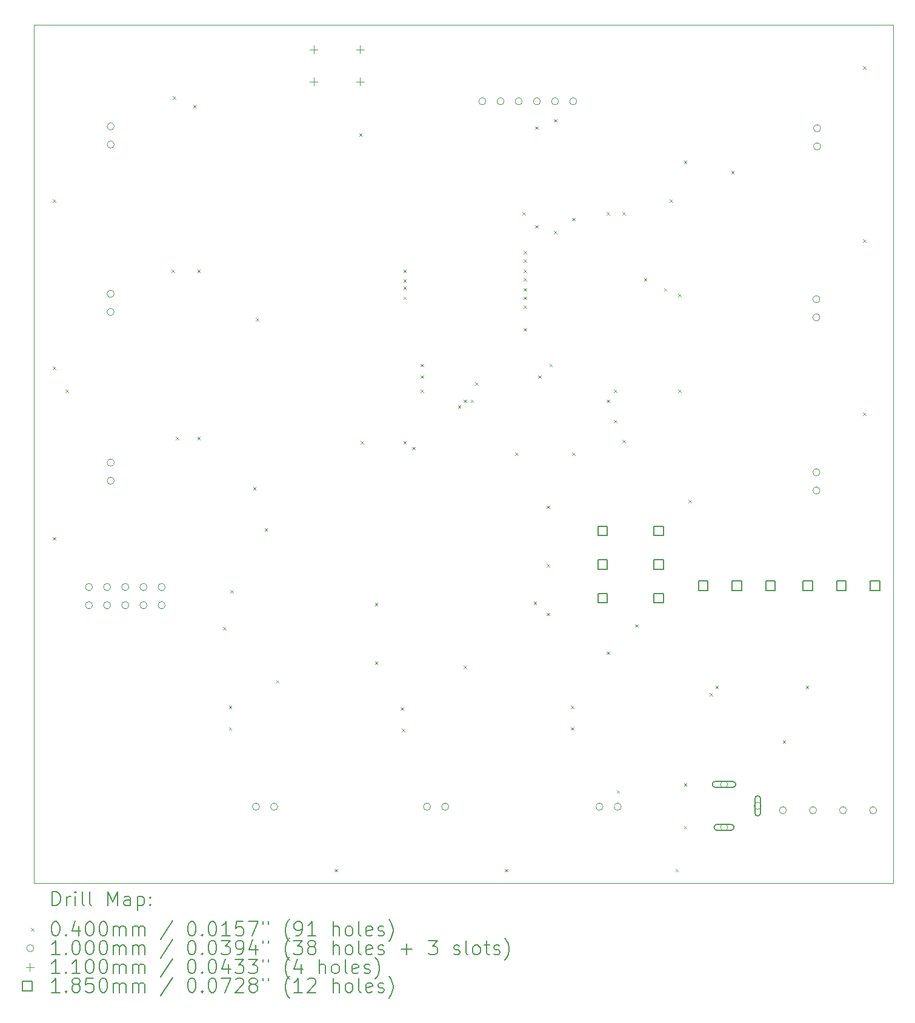
<source format=gbr>
%FSLAX45Y45*%
G04 Gerber Fmt 4.5, Leading zero omitted, Abs format (unit mm)*
G04 Created by KiCad (PCBNEW (6.0.5)) date 2023-11-06 22:12:29*
%MOMM*%
%LPD*%
G01*
G04 APERTURE LIST*
%TA.AperFunction,Profile*%
%ADD10C,0.100000*%
%TD*%
%ADD11C,0.200000*%
%ADD12C,0.040000*%
%ADD13C,0.100000*%
%ADD14C,0.110000*%
%ADD15C,0.185000*%
G04 APERTURE END LIST*
D10*
X4860000Y-3120000D02*
X4860000Y-15120000D01*
X4860000Y-3120000D02*
X16860000Y-3120000D01*
X4860000Y-15120000D02*
X16860000Y-15120000D01*
X16860000Y-15120000D02*
X16860000Y-3120000D01*
D11*
D12*
X5120000Y-5560000D02*
X5160000Y-5600000D01*
X5160000Y-5560000D02*
X5120000Y-5600000D01*
X5120000Y-7900000D02*
X5160000Y-7940000D01*
X5160000Y-7900000D02*
X5120000Y-7940000D01*
X5120000Y-10280000D02*
X5160000Y-10320000D01*
X5160000Y-10280000D02*
X5120000Y-10320000D01*
X5300000Y-8220000D02*
X5340000Y-8260000D01*
X5340000Y-8220000D02*
X5300000Y-8260000D01*
X6780000Y-6540000D02*
X6820000Y-6580000D01*
X6820000Y-6540000D02*
X6780000Y-6580000D01*
X6800000Y-4120000D02*
X6840000Y-4160000D01*
X6840000Y-4120000D02*
X6800000Y-4160000D01*
X6840000Y-8880000D02*
X6880000Y-8920000D01*
X6880000Y-8880000D02*
X6840000Y-8920000D01*
X7080000Y-4240000D02*
X7120000Y-4280000D01*
X7120000Y-4240000D02*
X7080000Y-4280000D01*
X7140000Y-6540000D02*
X7180000Y-6580000D01*
X7180000Y-6540000D02*
X7140000Y-6580000D01*
X7140000Y-8880000D02*
X7180000Y-8920000D01*
X7180000Y-8880000D02*
X7140000Y-8920000D01*
X7500000Y-11540000D02*
X7540000Y-11580000D01*
X7540000Y-11540000D02*
X7500000Y-11580000D01*
X7580000Y-12640000D02*
X7620000Y-12680000D01*
X7620000Y-12640000D02*
X7580000Y-12680000D01*
X7580000Y-12940000D02*
X7620000Y-12980000D01*
X7620000Y-12940000D02*
X7580000Y-12980000D01*
X7600000Y-11020000D02*
X7640000Y-11060000D01*
X7640000Y-11020000D02*
X7600000Y-11060000D01*
X7920000Y-9580000D02*
X7960000Y-9620000D01*
X7960000Y-9580000D02*
X7920000Y-9620000D01*
X7960000Y-7220000D02*
X8000000Y-7260000D01*
X8000000Y-7220000D02*
X7960000Y-7260000D01*
X8080000Y-10160000D02*
X8120000Y-10200000D01*
X8120000Y-10160000D02*
X8080000Y-10200000D01*
X8240000Y-12280000D02*
X8280000Y-12320000D01*
X8280000Y-12280000D02*
X8240000Y-12320000D01*
X9060000Y-14920000D02*
X9100000Y-14960000D01*
X9100000Y-14920000D02*
X9060000Y-14960000D01*
X9400000Y-4640000D02*
X9440000Y-4680000D01*
X9440000Y-4640000D02*
X9400000Y-4680000D01*
X9420000Y-8940000D02*
X9460000Y-8980000D01*
X9460000Y-8940000D02*
X9420000Y-8980000D01*
X9620000Y-11200000D02*
X9660000Y-11240000D01*
X9660000Y-11200000D02*
X9620000Y-11240000D01*
X9620000Y-12020000D02*
X9660000Y-12060000D01*
X9660000Y-12020000D02*
X9620000Y-12060000D01*
X9980000Y-12660000D02*
X10020000Y-12700000D01*
X10020000Y-12660000D02*
X9980000Y-12700000D01*
X10000000Y-12960000D02*
X10040000Y-13000000D01*
X10040000Y-12960000D02*
X10000000Y-13000000D01*
X10020000Y-6540000D02*
X10060000Y-6580000D01*
X10060000Y-6540000D02*
X10020000Y-6580000D01*
X10020000Y-6680000D02*
X10060000Y-6720000D01*
X10060000Y-6680000D02*
X10020000Y-6720000D01*
X10020000Y-6780000D02*
X10060000Y-6820000D01*
X10060000Y-6780000D02*
X10020000Y-6820000D01*
X10020000Y-6920000D02*
X10060000Y-6960000D01*
X10060000Y-6920000D02*
X10020000Y-6960000D01*
X10020000Y-8940000D02*
X10060000Y-8980000D01*
X10060000Y-8940000D02*
X10020000Y-8980000D01*
X10140000Y-9020000D02*
X10180000Y-9060000D01*
X10180000Y-9020000D02*
X10140000Y-9060000D01*
X10260000Y-7860000D02*
X10300000Y-7900000D01*
X10300000Y-7860000D02*
X10260000Y-7900000D01*
X10260000Y-8020000D02*
X10300000Y-8060000D01*
X10300000Y-8020000D02*
X10260000Y-8060000D01*
X10260000Y-8220000D02*
X10300000Y-8260000D01*
X10300000Y-8220000D02*
X10260000Y-8260000D01*
X10780000Y-8440000D02*
X10820000Y-8480000D01*
X10820000Y-8440000D02*
X10780000Y-8480000D01*
X10860000Y-8360000D02*
X10900000Y-8400000D01*
X10900000Y-8360000D02*
X10860000Y-8400000D01*
X10860000Y-12080000D02*
X10900000Y-12120000D01*
X10900000Y-12080000D02*
X10860000Y-12120000D01*
X10959950Y-8360000D02*
X10999950Y-8400000D01*
X10999950Y-8360000D02*
X10959950Y-8400000D01*
X11020000Y-8120000D02*
X11060000Y-8160000D01*
X11060000Y-8120000D02*
X11020000Y-8160000D01*
X11440000Y-14920000D02*
X11480000Y-14960000D01*
X11480000Y-14920000D02*
X11440000Y-14960000D01*
X11580000Y-9100000D02*
X11620000Y-9140000D01*
X11620000Y-9100000D02*
X11580000Y-9140000D01*
X11680000Y-5740000D02*
X11720000Y-5780000D01*
X11720000Y-5740000D02*
X11680000Y-5780000D01*
X11700000Y-6280000D02*
X11740000Y-6320000D01*
X11740000Y-6280000D02*
X11700000Y-6320000D01*
X11700000Y-6400000D02*
X11740000Y-6440000D01*
X11740000Y-6400000D02*
X11700000Y-6440000D01*
X11700000Y-6540000D02*
X11740000Y-6580000D01*
X11740000Y-6540000D02*
X11700000Y-6580000D01*
X11700000Y-6660000D02*
X11740000Y-6700000D01*
X11740000Y-6660000D02*
X11700000Y-6700000D01*
X11700000Y-6800000D02*
X11740000Y-6840000D01*
X11740000Y-6800000D02*
X11700000Y-6840000D01*
X11700000Y-6920000D02*
X11740000Y-6960000D01*
X11740000Y-6920000D02*
X11700000Y-6960000D01*
X11700000Y-7040000D02*
X11740000Y-7080000D01*
X11740000Y-7040000D02*
X11700000Y-7080000D01*
X11700000Y-7360000D02*
X11740000Y-7400000D01*
X11740000Y-7360000D02*
X11700000Y-7400000D01*
X11840000Y-11180000D02*
X11880000Y-11220000D01*
X11880000Y-11180000D02*
X11840000Y-11220000D01*
X11860000Y-4540000D02*
X11900000Y-4580000D01*
X11900000Y-4540000D02*
X11860000Y-4580000D01*
X11860000Y-5920000D02*
X11900000Y-5960000D01*
X11900000Y-5920000D02*
X11860000Y-5960000D01*
X11900000Y-8020000D02*
X11940000Y-8060000D01*
X11940000Y-8020000D02*
X11900000Y-8060000D01*
X12020000Y-9840000D02*
X12060000Y-9880000D01*
X12060000Y-9840000D02*
X12020000Y-9880000D01*
X12020000Y-10660000D02*
X12060000Y-10700000D01*
X12060000Y-10660000D02*
X12020000Y-10700000D01*
X12020000Y-11340000D02*
X12060000Y-11380000D01*
X12060000Y-11340000D02*
X12020000Y-11380000D01*
X12060000Y-7860000D02*
X12100000Y-7900000D01*
X12100000Y-7860000D02*
X12060000Y-7900000D01*
X12120000Y-4440000D02*
X12160000Y-4480000D01*
X12160000Y-4440000D02*
X12120000Y-4480000D01*
X12120000Y-6000000D02*
X12160000Y-6040000D01*
X12160000Y-6000000D02*
X12120000Y-6040000D01*
X12360000Y-12640000D02*
X12400000Y-12680000D01*
X12400000Y-12640000D02*
X12360000Y-12680000D01*
X12360000Y-12940000D02*
X12400000Y-12980000D01*
X12400000Y-12940000D02*
X12360000Y-12980000D01*
X12380000Y-5820000D02*
X12420000Y-5860000D01*
X12420000Y-5820000D02*
X12380000Y-5860000D01*
X12380000Y-9100000D02*
X12420000Y-9140000D01*
X12420000Y-9100000D02*
X12380000Y-9140000D01*
X12860000Y-5740000D02*
X12900000Y-5780000D01*
X12900000Y-5740000D02*
X12860000Y-5780000D01*
X12860000Y-8360000D02*
X12900000Y-8400000D01*
X12900000Y-8360000D02*
X12860000Y-8400000D01*
X12860000Y-11880000D02*
X12900000Y-11920000D01*
X12900000Y-11880000D02*
X12860000Y-11920000D01*
X12960000Y-8220000D02*
X13000000Y-8260000D01*
X13000000Y-8220000D02*
X12960000Y-8260000D01*
X12960000Y-8640000D02*
X13000000Y-8680000D01*
X13000000Y-8640000D02*
X12960000Y-8680000D01*
X13000000Y-13820000D02*
X13040000Y-13860000D01*
X13040000Y-13820000D02*
X13000000Y-13860000D01*
X13080000Y-5740000D02*
X13120000Y-5780000D01*
X13120000Y-5740000D02*
X13080000Y-5780000D01*
X13080000Y-8920000D02*
X13120000Y-8960000D01*
X13120000Y-8920000D02*
X13080000Y-8960000D01*
X13260000Y-11500000D02*
X13300000Y-11540000D01*
X13300000Y-11500000D02*
X13260000Y-11540000D01*
X13380000Y-6660000D02*
X13420000Y-6700000D01*
X13420000Y-6660000D02*
X13380000Y-6700000D01*
X13660000Y-6800000D02*
X13700000Y-6840000D01*
X13700000Y-6800000D02*
X13660000Y-6840000D01*
X13740000Y-5560000D02*
X13780000Y-5600000D01*
X13780000Y-5560000D02*
X13740000Y-5600000D01*
X13820000Y-14920000D02*
X13860000Y-14960000D01*
X13860000Y-14920000D02*
X13820000Y-14960000D01*
X13860000Y-6880000D02*
X13900000Y-6920000D01*
X13900000Y-6880000D02*
X13860000Y-6920000D01*
X13860000Y-8220000D02*
X13900000Y-8260000D01*
X13900000Y-8220000D02*
X13860000Y-8260000D01*
X13940000Y-5020000D02*
X13980000Y-5060000D01*
X13980000Y-5020000D02*
X13940000Y-5060000D01*
X13940000Y-13720000D02*
X13980000Y-13760000D01*
X13980000Y-13720000D02*
X13940000Y-13760000D01*
X13940000Y-14320000D02*
X13980000Y-14360000D01*
X13980000Y-14320000D02*
X13940000Y-14360000D01*
X14000000Y-9760000D02*
X14040000Y-9800000D01*
X14040000Y-9760000D02*
X14000000Y-9800000D01*
X14300000Y-12460000D02*
X14340000Y-12500000D01*
X14340000Y-12460000D02*
X14300000Y-12500000D01*
X14380000Y-12360000D02*
X14420000Y-12400000D01*
X14420000Y-12360000D02*
X14380000Y-12400000D01*
X14600000Y-5160000D02*
X14640000Y-5200000D01*
X14640000Y-5160000D02*
X14600000Y-5200000D01*
X15320000Y-13120000D02*
X15360000Y-13160000D01*
X15360000Y-13120000D02*
X15320000Y-13160000D01*
X15640000Y-12360000D02*
X15680000Y-12400000D01*
X15680000Y-12360000D02*
X15640000Y-12400000D01*
X16440000Y-3700000D02*
X16480000Y-3740000D01*
X16480000Y-3700000D02*
X16440000Y-3740000D01*
X16440000Y-6120000D02*
X16480000Y-6160000D01*
X16480000Y-6120000D02*
X16440000Y-6160000D01*
X16440000Y-8540000D02*
X16480000Y-8580000D01*
X16480000Y-8540000D02*
X16440000Y-8580000D01*
D13*
X5676000Y-10980000D02*
G75*
G03*
X5676000Y-10980000I-50000J0D01*
G01*
X5676000Y-11234000D02*
G75*
G03*
X5676000Y-11234000I-50000J0D01*
G01*
X5930000Y-10980000D02*
G75*
G03*
X5930000Y-10980000I-50000J0D01*
G01*
X5930000Y-11234000D02*
G75*
G03*
X5930000Y-11234000I-50000J0D01*
G01*
X5980000Y-4540000D02*
G75*
G03*
X5980000Y-4540000I-50000J0D01*
G01*
X5980000Y-4794000D02*
G75*
G03*
X5980000Y-4794000I-50000J0D01*
G01*
X5980000Y-6880000D02*
G75*
G03*
X5980000Y-6880000I-50000J0D01*
G01*
X5980000Y-7134000D02*
G75*
G03*
X5980000Y-7134000I-50000J0D01*
G01*
X5980000Y-9240000D02*
G75*
G03*
X5980000Y-9240000I-50000J0D01*
G01*
X5980000Y-9494000D02*
G75*
G03*
X5980000Y-9494000I-50000J0D01*
G01*
X6184000Y-10980000D02*
G75*
G03*
X6184000Y-10980000I-50000J0D01*
G01*
X6184000Y-11234000D02*
G75*
G03*
X6184000Y-11234000I-50000J0D01*
G01*
X6438000Y-10980000D02*
G75*
G03*
X6438000Y-10980000I-50000J0D01*
G01*
X6438000Y-11234000D02*
G75*
G03*
X6438000Y-11234000I-50000J0D01*
G01*
X6692000Y-10980000D02*
G75*
G03*
X6692000Y-10980000I-50000J0D01*
G01*
X6692000Y-11234000D02*
G75*
G03*
X6692000Y-11234000I-50000J0D01*
G01*
X8010000Y-14050000D02*
G75*
G03*
X8010000Y-14050000I-50000J0D01*
G01*
X8264000Y-14050000D02*
G75*
G03*
X8264000Y-14050000I-50000J0D01*
G01*
X10400000Y-14050000D02*
G75*
G03*
X10400000Y-14050000I-50000J0D01*
G01*
X10654000Y-14050000D02*
G75*
G03*
X10654000Y-14050000I-50000J0D01*
G01*
X11172500Y-4190000D02*
G75*
G03*
X11172500Y-4190000I-50000J0D01*
G01*
X11426500Y-4190000D02*
G75*
G03*
X11426500Y-4190000I-50000J0D01*
G01*
X11680500Y-4190000D02*
G75*
G03*
X11680500Y-4190000I-50000J0D01*
G01*
X11934500Y-4190000D02*
G75*
G03*
X11934500Y-4190000I-50000J0D01*
G01*
X12188500Y-4190000D02*
G75*
G03*
X12188500Y-4190000I-50000J0D01*
G01*
X12442500Y-4190000D02*
G75*
G03*
X12442500Y-4190000I-50000J0D01*
G01*
X12810000Y-14050000D02*
G75*
G03*
X12810000Y-14050000I-50000J0D01*
G01*
X13064000Y-14050000D02*
G75*
G03*
X13064000Y-14050000I-50000J0D01*
G01*
X14550000Y-13738750D02*
G75*
G03*
X14550000Y-13738750I-50000J0D01*
G01*
D11*
X14625000Y-13698750D02*
X14375000Y-13698750D01*
X14625000Y-13778750D02*
X14375000Y-13778750D01*
X14375000Y-13698750D02*
G75*
G03*
X14375000Y-13778750I0J-40000D01*
G01*
X14625000Y-13778750D02*
G75*
G03*
X14625000Y-13698750I0J40000D01*
G01*
D13*
X14550000Y-14338750D02*
G75*
G03*
X14550000Y-14338750I-50000J0D01*
G01*
D11*
X14600000Y-14298750D02*
X14400000Y-14298750D01*
X14600000Y-14378750D02*
X14400000Y-14378750D01*
X14400000Y-14298750D02*
G75*
G03*
X14400000Y-14378750I0J-40000D01*
G01*
X14600000Y-14378750D02*
G75*
G03*
X14600000Y-14298750I0J40000D01*
G01*
D13*
X15020000Y-14038750D02*
G75*
G03*
X15020000Y-14038750I-50000J0D01*
G01*
D11*
X14930000Y-13938750D02*
X14930000Y-14138750D01*
X15010000Y-13938750D02*
X15010000Y-14138750D01*
X14930000Y-14138750D02*
G75*
G03*
X15010000Y-14138750I40000J0D01*
G01*
X15010000Y-13938750D02*
G75*
G03*
X14930000Y-13938750I-40000J0D01*
G01*
D13*
X15372500Y-14100000D02*
G75*
G03*
X15372500Y-14100000I-50000J0D01*
G01*
X15792500Y-14100000D02*
G75*
G03*
X15792500Y-14100000I-50000J0D01*
G01*
X15840000Y-6956000D02*
G75*
G03*
X15840000Y-6956000I-50000J0D01*
G01*
X15840000Y-7210000D02*
G75*
G03*
X15840000Y-7210000I-50000J0D01*
G01*
X15840000Y-9376000D02*
G75*
G03*
X15840000Y-9376000I-50000J0D01*
G01*
X15840000Y-9630000D02*
G75*
G03*
X15840000Y-9630000I-50000J0D01*
G01*
X15850000Y-4566000D02*
G75*
G03*
X15850000Y-4566000I-50000J0D01*
G01*
X15850000Y-4820000D02*
G75*
G03*
X15850000Y-4820000I-50000J0D01*
G01*
X16212500Y-14100000D02*
G75*
G03*
X16212500Y-14100000I-50000J0D01*
G01*
X16632500Y-14100000D02*
G75*
G03*
X16632500Y-14100000I-50000J0D01*
G01*
D14*
X8765000Y-3410000D02*
X8765000Y-3520000D01*
X8710000Y-3465000D02*
X8820000Y-3465000D01*
X8765000Y-3860000D02*
X8765000Y-3970000D01*
X8710000Y-3915000D02*
X8820000Y-3915000D01*
X9415000Y-3410000D02*
X9415000Y-3520000D01*
X9360000Y-3465000D02*
X9470000Y-3465000D01*
X9415000Y-3860000D02*
X9415000Y-3970000D01*
X9360000Y-3915000D02*
X9470000Y-3915000D01*
D15*
X12870658Y-10260408D02*
X12870658Y-10129592D01*
X12739842Y-10129592D01*
X12739842Y-10260408D01*
X12870658Y-10260408D01*
X12870658Y-10730408D02*
X12870658Y-10599592D01*
X12739842Y-10599592D01*
X12739842Y-10730408D01*
X12870658Y-10730408D01*
X12870658Y-11200408D02*
X12870658Y-11069592D01*
X12739842Y-11069592D01*
X12739842Y-11200408D01*
X12870658Y-11200408D01*
X13650658Y-10260408D02*
X13650658Y-10129592D01*
X13519842Y-10129592D01*
X13519842Y-10260408D01*
X13650658Y-10260408D01*
X13650658Y-10730408D02*
X13650658Y-10599592D01*
X13519842Y-10599592D01*
X13519842Y-10730408D01*
X13650658Y-10730408D01*
X13650658Y-11200408D02*
X13650658Y-11069592D01*
X13519842Y-11069592D01*
X13519842Y-11200408D01*
X13650658Y-11200408D01*
X14275408Y-11025408D02*
X14275408Y-10894592D01*
X14144592Y-10894592D01*
X14144592Y-11025408D01*
X14275408Y-11025408D01*
X14745408Y-11025408D02*
X14745408Y-10894592D01*
X14614592Y-10894592D01*
X14614592Y-11025408D01*
X14745408Y-11025408D01*
X15215408Y-11025408D02*
X15215408Y-10894592D01*
X15084592Y-10894592D01*
X15084592Y-11025408D01*
X15215408Y-11025408D01*
X15735408Y-11025408D02*
X15735408Y-10894592D01*
X15604592Y-10894592D01*
X15604592Y-11025408D01*
X15735408Y-11025408D01*
X16205408Y-11025408D02*
X16205408Y-10894592D01*
X16074592Y-10894592D01*
X16074592Y-11025408D01*
X16205408Y-11025408D01*
X16675408Y-11025408D02*
X16675408Y-10894592D01*
X16544592Y-10894592D01*
X16544592Y-11025408D01*
X16675408Y-11025408D01*
D11*
X5112619Y-15435476D02*
X5112619Y-15235476D01*
X5160238Y-15235476D01*
X5188810Y-15245000D01*
X5207857Y-15264048D01*
X5217381Y-15283095D01*
X5226905Y-15321190D01*
X5226905Y-15349762D01*
X5217381Y-15387857D01*
X5207857Y-15406905D01*
X5188810Y-15425952D01*
X5160238Y-15435476D01*
X5112619Y-15435476D01*
X5312619Y-15435476D02*
X5312619Y-15302143D01*
X5312619Y-15340238D02*
X5322143Y-15321190D01*
X5331667Y-15311667D01*
X5350714Y-15302143D01*
X5369762Y-15302143D01*
X5436429Y-15435476D02*
X5436429Y-15302143D01*
X5436429Y-15235476D02*
X5426905Y-15245000D01*
X5436429Y-15254524D01*
X5445952Y-15245000D01*
X5436429Y-15235476D01*
X5436429Y-15254524D01*
X5560238Y-15435476D02*
X5541190Y-15425952D01*
X5531667Y-15406905D01*
X5531667Y-15235476D01*
X5665000Y-15435476D02*
X5645952Y-15425952D01*
X5636428Y-15406905D01*
X5636428Y-15235476D01*
X5893571Y-15435476D02*
X5893571Y-15235476D01*
X5960238Y-15378333D01*
X6026905Y-15235476D01*
X6026905Y-15435476D01*
X6207857Y-15435476D02*
X6207857Y-15330714D01*
X6198333Y-15311667D01*
X6179286Y-15302143D01*
X6141190Y-15302143D01*
X6122143Y-15311667D01*
X6207857Y-15425952D02*
X6188809Y-15435476D01*
X6141190Y-15435476D01*
X6122143Y-15425952D01*
X6112619Y-15406905D01*
X6112619Y-15387857D01*
X6122143Y-15368809D01*
X6141190Y-15359286D01*
X6188809Y-15359286D01*
X6207857Y-15349762D01*
X6303095Y-15302143D02*
X6303095Y-15502143D01*
X6303095Y-15311667D02*
X6322143Y-15302143D01*
X6360238Y-15302143D01*
X6379286Y-15311667D01*
X6388809Y-15321190D01*
X6398333Y-15340238D01*
X6398333Y-15397381D01*
X6388809Y-15416428D01*
X6379286Y-15425952D01*
X6360238Y-15435476D01*
X6322143Y-15435476D01*
X6303095Y-15425952D01*
X6484048Y-15416428D02*
X6493571Y-15425952D01*
X6484048Y-15435476D01*
X6474524Y-15425952D01*
X6484048Y-15416428D01*
X6484048Y-15435476D01*
X6484048Y-15311667D02*
X6493571Y-15321190D01*
X6484048Y-15330714D01*
X6474524Y-15321190D01*
X6484048Y-15311667D01*
X6484048Y-15330714D01*
D12*
X4815000Y-15745000D02*
X4855000Y-15785000D01*
X4855000Y-15745000D02*
X4815000Y-15785000D01*
D11*
X5150714Y-15655476D02*
X5169762Y-15655476D01*
X5188810Y-15665000D01*
X5198333Y-15674524D01*
X5207857Y-15693571D01*
X5217381Y-15731667D01*
X5217381Y-15779286D01*
X5207857Y-15817381D01*
X5198333Y-15836428D01*
X5188810Y-15845952D01*
X5169762Y-15855476D01*
X5150714Y-15855476D01*
X5131667Y-15845952D01*
X5122143Y-15836428D01*
X5112619Y-15817381D01*
X5103095Y-15779286D01*
X5103095Y-15731667D01*
X5112619Y-15693571D01*
X5122143Y-15674524D01*
X5131667Y-15665000D01*
X5150714Y-15655476D01*
X5303095Y-15836428D02*
X5312619Y-15845952D01*
X5303095Y-15855476D01*
X5293571Y-15845952D01*
X5303095Y-15836428D01*
X5303095Y-15855476D01*
X5484048Y-15722143D02*
X5484048Y-15855476D01*
X5436429Y-15645952D02*
X5388810Y-15788809D01*
X5512619Y-15788809D01*
X5626905Y-15655476D02*
X5645952Y-15655476D01*
X5665000Y-15665000D01*
X5674524Y-15674524D01*
X5684048Y-15693571D01*
X5693571Y-15731667D01*
X5693571Y-15779286D01*
X5684048Y-15817381D01*
X5674524Y-15836428D01*
X5665000Y-15845952D01*
X5645952Y-15855476D01*
X5626905Y-15855476D01*
X5607857Y-15845952D01*
X5598333Y-15836428D01*
X5588810Y-15817381D01*
X5579286Y-15779286D01*
X5579286Y-15731667D01*
X5588810Y-15693571D01*
X5598333Y-15674524D01*
X5607857Y-15665000D01*
X5626905Y-15655476D01*
X5817381Y-15655476D02*
X5836428Y-15655476D01*
X5855476Y-15665000D01*
X5865000Y-15674524D01*
X5874524Y-15693571D01*
X5884048Y-15731667D01*
X5884048Y-15779286D01*
X5874524Y-15817381D01*
X5865000Y-15836428D01*
X5855476Y-15845952D01*
X5836428Y-15855476D01*
X5817381Y-15855476D01*
X5798333Y-15845952D01*
X5788809Y-15836428D01*
X5779286Y-15817381D01*
X5769762Y-15779286D01*
X5769762Y-15731667D01*
X5779286Y-15693571D01*
X5788809Y-15674524D01*
X5798333Y-15665000D01*
X5817381Y-15655476D01*
X5969762Y-15855476D02*
X5969762Y-15722143D01*
X5969762Y-15741190D02*
X5979286Y-15731667D01*
X5998333Y-15722143D01*
X6026905Y-15722143D01*
X6045952Y-15731667D01*
X6055476Y-15750714D01*
X6055476Y-15855476D01*
X6055476Y-15750714D02*
X6065000Y-15731667D01*
X6084048Y-15722143D01*
X6112619Y-15722143D01*
X6131667Y-15731667D01*
X6141190Y-15750714D01*
X6141190Y-15855476D01*
X6236428Y-15855476D02*
X6236428Y-15722143D01*
X6236428Y-15741190D02*
X6245952Y-15731667D01*
X6265000Y-15722143D01*
X6293571Y-15722143D01*
X6312619Y-15731667D01*
X6322143Y-15750714D01*
X6322143Y-15855476D01*
X6322143Y-15750714D02*
X6331667Y-15731667D01*
X6350714Y-15722143D01*
X6379286Y-15722143D01*
X6398333Y-15731667D01*
X6407857Y-15750714D01*
X6407857Y-15855476D01*
X6798333Y-15645952D02*
X6626905Y-15903095D01*
X7055476Y-15655476D02*
X7074524Y-15655476D01*
X7093571Y-15665000D01*
X7103095Y-15674524D01*
X7112619Y-15693571D01*
X7122143Y-15731667D01*
X7122143Y-15779286D01*
X7112619Y-15817381D01*
X7103095Y-15836428D01*
X7093571Y-15845952D01*
X7074524Y-15855476D01*
X7055476Y-15855476D01*
X7036428Y-15845952D01*
X7026905Y-15836428D01*
X7017381Y-15817381D01*
X7007857Y-15779286D01*
X7007857Y-15731667D01*
X7017381Y-15693571D01*
X7026905Y-15674524D01*
X7036428Y-15665000D01*
X7055476Y-15655476D01*
X7207857Y-15836428D02*
X7217381Y-15845952D01*
X7207857Y-15855476D01*
X7198333Y-15845952D01*
X7207857Y-15836428D01*
X7207857Y-15855476D01*
X7341190Y-15655476D02*
X7360238Y-15655476D01*
X7379286Y-15665000D01*
X7388809Y-15674524D01*
X7398333Y-15693571D01*
X7407857Y-15731667D01*
X7407857Y-15779286D01*
X7398333Y-15817381D01*
X7388809Y-15836428D01*
X7379286Y-15845952D01*
X7360238Y-15855476D01*
X7341190Y-15855476D01*
X7322143Y-15845952D01*
X7312619Y-15836428D01*
X7303095Y-15817381D01*
X7293571Y-15779286D01*
X7293571Y-15731667D01*
X7303095Y-15693571D01*
X7312619Y-15674524D01*
X7322143Y-15665000D01*
X7341190Y-15655476D01*
X7598333Y-15855476D02*
X7484048Y-15855476D01*
X7541190Y-15855476D02*
X7541190Y-15655476D01*
X7522143Y-15684048D01*
X7503095Y-15703095D01*
X7484048Y-15712619D01*
X7779286Y-15655476D02*
X7684048Y-15655476D01*
X7674524Y-15750714D01*
X7684048Y-15741190D01*
X7703095Y-15731667D01*
X7750714Y-15731667D01*
X7769762Y-15741190D01*
X7779286Y-15750714D01*
X7788809Y-15769762D01*
X7788809Y-15817381D01*
X7779286Y-15836428D01*
X7769762Y-15845952D01*
X7750714Y-15855476D01*
X7703095Y-15855476D01*
X7684048Y-15845952D01*
X7674524Y-15836428D01*
X7855476Y-15655476D02*
X7988809Y-15655476D01*
X7903095Y-15855476D01*
X8055476Y-15655476D02*
X8055476Y-15693571D01*
X8131667Y-15655476D02*
X8131667Y-15693571D01*
X8426905Y-15931667D02*
X8417381Y-15922143D01*
X8398333Y-15893571D01*
X8388810Y-15874524D01*
X8379286Y-15845952D01*
X8369762Y-15798333D01*
X8369762Y-15760238D01*
X8379286Y-15712619D01*
X8388810Y-15684048D01*
X8398333Y-15665000D01*
X8417381Y-15636428D01*
X8426905Y-15626905D01*
X8512619Y-15855476D02*
X8550714Y-15855476D01*
X8569762Y-15845952D01*
X8579286Y-15836428D01*
X8598333Y-15807857D01*
X8607857Y-15769762D01*
X8607857Y-15693571D01*
X8598333Y-15674524D01*
X8588810Y-15665000D01*
X8569762Y-15655476D01*
X8531667Y-15655476D01*
X8512619Y-15665000D01*
X8503095Y-15674524D01*
X8493571Y-15693571D01*
X8493571Y-15741190D01*
X8503095Y-15760238D01*
X8512619Y-15769762D01*
X8531667Y-15779286D01*
X8569762Y-15779286D01*
X8588810Y-15769762D01*
X8598333Y-15760238D01*
X8607857Y-15741190D01*
X8798333Y-15855476D02*
X8684048Y-15855476D01*
X8741190Y-15855476D02*
X8741190Y-15655476D01*
X8722143Y-15684048D01*
X8703095Y-15703095D01*
X8684048Y-15712619D01*
X9036429Y-15855476D02*
X9036429Y-15655476D01*
X9122143Y-15855476D02*
X9122143Y-15750714D01*
X9112619Y-15731667D01*
X9093571Y-15722143D01*
X9065000Y-15722143D01*
X9045952Y-15731667D01*
X9036429Y-15741190D01*
X9245952Y-15855476D02*
X9226905Y-15845952D01*
X9217381Y-15836428D01*
X9207857Y-15817381D01*
X9207857Y-15760238D01*
X9217381Y-15741190D01*
X9226905Y-15731667D01*
X9245952Y-15722143D01*
X9274524Y-15722143D01*
X9293571Y-15731667D01*
X9303095Y-15741190D01*
X9312619Y-15760238D01*
X9312619Y-15817381D01*
X9303095Y-15836428D01*
X9293571Y-15845952D01*
X9274524Y-15855476D01*
X9245952Y-15855476D01*
X9426905Y-15855476D02*
X9407857Y-15845952D01*
X9398333Y-15826905D01*
X9398333Y-15655476D01*
X9579286Y-15845952D02*
X9560238Y-15855476D01*
X9522143Y-15855476D01*
X9503095Y-15845952D01*
X9493571Y-15826905D01*
X9493571Y-15750714D01*
X9503095Y-15731667D01*
X9522143Y-15722143D01*
X9560238Y-15722143D01*
X9579286Y-15731667D01*
X9588810Y-15750714D01*
X9588810Y-15769762D01*
X9493571Y-15788809D01*
X9665000Y-15845952D02*
X9684048Y-15855476D01*
X9722143Y-15855476D01*
X9741190Y-15845952D01*
X9750714Y-15826905D01*
X9750714Y-15817381D01*
X9741190Y-15798333D01*
X9722143Y-15788809D01*
X9693571Y-15788809D01*
X9674524Y-15779286D01*
X9665000Y-15760238D01*
X9665000Y-15750714D01*
X9674524Y-15731667D01*
X9693571Y-15722143D01*
X9722143Y-15722143D01*
X9741190Y-15731667D01*
X9817381Y-15931667D02*
X9826905Y-15922143D01*
X9845952Y-15893571D01*
X9855476Y-15874524D01*
X9865000Y-15845952D01*
X9874524Y-15798333D01*
X9874524Y-15760238D01*
X9865000Y-15712619D01*
X9855476Y-15684048D01*
X9845952Y-15665000D01*
X9826905Y-15636428D01*
X9817381Y-15626905D01*
D13*
X4855000Y-16029000D02*
G75*
G03*
X4855000Y-16029000I-50000J0D01*
G01*
D11*
X5217381Y-16119476D02*
X5103095Y-16119476D01*
X5160238Y-16119476D02*
X5160238Y-15919476D01*
X5141190Y-15948048D01*
X5122143Y-15967095D01*
X5103095Y-15976619D01*
X5303095Y-16100428D02*
X5312619Y-16109952D01*
X5303095Y-16119476D01*
X5293571Y-16109952D01*
X5303095Y-16100428D01*
X5303095Y-16119476D01*
X5436429Y-15919476D02*
X5455476Y-15919476D01*
X5474524Y-15929000D01*
X5484048Y-15938524D01*
X5493571Y-15957571D01*
X5503095Y-15995667D01*
X5503095Y-16043286D01*
X5493571Y-16081381D01*
X5484048Y-16100428D01*
X5474524Y-16109952D01*
X5455476Y-16119476D01*
X5436429Y-16119476D01*
X5417381Y-16109952D01*
X5407857Y-16100428D01*
X5398333Y-16081381D01*
X5388810Y-16043286D01*
X5388810Y-15995667D01*
X5398333Y-15957571D01*
X5407857Y-15938524D01*
X5417381Y-15929000D01*
X5436429Y-15919476D01*
X5626905Y-15919476D02*
X5645952Y-15919476D01*
X5665000Y-15929000D01*
X5674524Y-15938524D01*
X5684048Y-15957571D01*
X5693571Y-15995667D01*
X5693571Y-16043286D01*
X5684048Y-16081381D01*
X5674524Y-16100428D01*
X5665000Y-16109952D01*
X5645952Y-16119476D01*
X5626905Y-16119476D01*
X5607857Y-16109952D01*
X5598333Y-16100428D01*
X5588810Y-16081381D01*
X5579286Y-16043286D01*
X5579286Y-15995667D01*
X5588810Y-15957571D01*
X5598333Y-15938524D01*
X5607857Y-15929000D01*
X5626905Y-15919476D01*
X5817381Y-15919476D02*
X5836428Y-15919476D01*
X5855476Y-15929000D01*
X5865000Y-15938524D01*
X5874524Y-15957571D01*
X5884048Y-15995667D01*
X5884048Y-16043286D01*
X5874524Y-16081381D01*
X5865000Y-16100428D01*
X5855476Y-16109952D01*
X5836428Y-16119476D01*
X5817381Y-16119476D01*
X5798333Y-16109952D01*
X5788809Y-16100428D01*
X5779286Y-16081381D01*
X5769762Y-16043286D01*
X5769762Y-15995667D01*
X5779286Y-15957571D01*
X5788809Y-15938524D01*
X5798333Y-15929000D01*
X5817381Y-15919476D01*
X5969762Y-16119476D02*
X5969762Y-15986143D01*
X5969762Y-16005190D02*
X5979286Y-15995667D01*
X5998333Y-15986143D01*
X6026905Y-15986143D01*
X6045952Y-15995667D01*
X6055476Y-16014714D01*
X6055476Y-16119476D01*
X6055476Y-16014714D02*
X6065000Y-15995667D01*
X6084048Y-15986143D01*
X6112619Y-15986143D01*
X6131667Y-15995667D01*
X6141190Y-16014714D01*
X6141190Y-16119476D01*
X6236428Y-16119476D02*
X6236428Y-15986143D01*
X6236428Y-16005190D02*
X6245952Y-15995667D01*
X6265000Y-15986143D01*
X6293571Y-15986143D01*
X6312619Y-15995667D01*
X6322143Y-16014714D01*
X6322143Y-16119476D01*
X6322143Y-16014714D02*
X6331667Y-15995667D01*
X6350714Y-15986143D01*
X6379286Y-15986143D01*
X6398333Y-15995667D01*
X6407857Y-16014714D01*
X6407857Y-16119476D01*
X6798333Y-15909952D02*
X6626905Y-16167095D01*
X7055476Y-15919476D02*
X7074524Y-15919476D01*
X7093571Y-15929000D01*
X7103095Y-15938524D01*
X7112619Y-15957571D01*
X7122143Y-15995667D01*
X7122143Y-16043286D01*
X7112619Y-16081381D01*
X7103095Y-16100428D01*
X7093571Y-16109952D01*
X7074524Y-16119476D01*
X7055476Y-16119476D01*
X7036428Y-16109952D01*
X7026905Y-16100428D01*
X7017381Y-16081381D01*
X7007857Y-16043286D01*
X7007857Y-15995667D01*
X7017381Y-15957571D01*
X7026905Y-15938524D01*
X7036428Y-15929000D01*
X7055476Y-15919476D01*
X7207857Y-16100428D02*
X7217381Y-16109952D01*
X7207857Y-16119476D01*
X7198333Y-16109952D01*
X7207857Y-16100428D01*
X7207857Y-16119476D01*
X7341190Y-15919476D02*
X7360238Y-15919476D01*
X7379286Y-15929000D01*
X7388809Y-15938524D01*
X7398333Y-15957571D01*
X7407857Y-15995667D01*
X7407857Y-16043286D01*
X7398333Y-16081381D01*
X7388809Y-16100428D01*
X7379286Y-16109952D01*
X7360238Y-16119476D01*
X7341190Y-16119476D01*
X7322143Y-16109952D01*
X7312619Y-16100428D01*
X7303095Y-16081381D01*
X7293571Y-16043286D01*
X7293571Y-15995667D01*
X7303095Y-15957571D01*
X7312619Y-15938524D01*
X7322143Y-15929000D01*
X7341190Y-15919476D01*
X7474524Y-15919476D02*
X7598333Y-15919476D01*
X7531667Y-15995667D01*
X7560238Y-15995667D01*
X7579286Y-16005190D01*
X7588809Y-16014714D01*
X7598333Y-16033762D01*
X7598333Y-16081381D01*
X7588809Y-16100428D01*
X7579286Y-16109952D01*
X7560238Y-16119476D01*
X7503095Y-16119476D01*
X7484048Y-16109952D01*
X7474524Y-16100428D01*
X7693571Y-16119476D02*
X7731667Y-16119476D01*
X7750714Y-16109952D01*
X7760238Y-16100428D01*
X7779286Y-16071857D01*
X7788809Y-16033762D01*
X7788809Y-15957571D01*
X7779286Y-15938524D01*
X7769762Y-15929000D01*
X7750714Y-15919476D01*
X7712619Y-15919476D01*
X7693571Y-15929000D01*
X7684048Y-15938524D01*
X7674524Y-15957571D01*
X7674524Y-16005190D01*
X7684048Y-16024238D01*
X7693571Y-16033762D01*
X7712619Y-16043286D01*
X7750714Y-16043286D01*
X7769762Y-16033762D01*
X7779286Y-16024238D01*
X7788809Y-16005190D01*
X7960238Y-15986143D02*
X7960238Y-16119476D01*
X7912619Y-15909952D02*
X7865000Y-16052809D01*
X7988809Y-16052809D01*
X8055476Y-15919476D02*
X8055476Y-15957571D01*
X8131667Y-15919476D02*
X8131667Y-15957571D01*
X8426905Y-16195667D02*
X8417381Y-16186143D01*
X8398333Y-16157571D01*
X8388810Y-16138524D01*
X8379286Y-16109952D01*
X8369762Y-16062333D01*
X8369762Y-16024238D01*
X8379286Y-15976619D01*
X8388810Y-15948048D01*
X8398333Y-15929000D01*
X8417381Y-15900428D01*
X8426905Y-15890905D01*
X8484048Y-15919476D02*
X8607857Y-15919476D01*
X8541190Y-15995667D01*
X8569762Y-15995667D01*
X8588810Y-16005190D01*
X8598333Y-16014714D01*
X8607857Y-16033762D01*
X8607857Y-16081381D01*
X8598333Y-16100428D01*
X8588810Y-16109952D01*
X8569762Y-16119476D01*
X8512619Y-16119476D01*
X8493571Y-16109952D01*
X8484048Y-16100428D01*
X8722143Y-16005190D02*
X8703095Y-15995667D01*
X8693571Y-15986143D01*
X8684048Y-15967095D01*
X8684048Y-15957571D01*
X8693571Y-15938524D01*
X8703095Y-15929000D01*
X8722143Y-15919476D01*
X8760238Y-15919476D01*
X8779286Y-15929000D01*
X8788810Y-15938524D01*
X8798333Y-15957571D01*
X8798333Y-15967095D01*
X8788810Y-15986143D01*
X8779286Y-15995667D01*
X8760238Y-16005190D01*
X8722143Y-16005190D01*
X8703095Y-16014714D01*
X8693571Y-16024238D01*
X8684048Y-16043286D01*
X8684048Y-16081381D01*
X8693571Y-16100428D01*
X8703095Y-16109952D01*
X8722143Y-16119476D01*
X8760238Y-16119476D01*
X8779286Y-16109952D01*
X8788810Y-16100428D01*
X8798333Y-16081381D01*
X8798333Y-16043286D01*
X8788810Y-16024238D01*
X8779286Y-16014714D01*
X8760238Y-16005190D01*
X9036429Y-16119476D02*
X9036429Y-15919476D01*
X9122143Y-16119476D02*
X9122143Y-16014714D01*
X9112619Y-15995667D01*
X9093571Y-15986143D01*
X9065000Y-15986143D01*
X9045952Y-15995667D01*
X9036429Y-16005190D01*
X9245952Y-16119476D02*
X9226905Y-16109952D01*
X9217381Y-16100428D01*
X9207857Y-16081381D01*
X9207857Y-16024238D01*
X9217381Y-16005190D01*
X9226905Y-15995667D01*
X9245952Y-15986143D01*
X9274524Y-15986143D01*
X9293571Y-15995667D01*
X9303095Y-16005190D01*
X9312619Y-16024238D01*
X9312619Y-16081381D01*
X9303095Y-16100428D01*
X9293571Y-16109952D01*
X9274524Y-16119476D01*
X9245952Y-16119476D01*
X9426905Y-16119476D02*
X9407857Y-16109952D01*
X9398333Y-16090905D01*
X9398333Y-15919476D01*
X9579286Y-16109952D02*
X9560238Y-16119476D01*
X9522143Y-16119476D01*
X9503095Y-16109952D01*
X9493571Y-16090905D01*
X9493571Y-16014714D01*
X9503095Y-15995667D01*
X9522143Y-15986143D01*
X9560238Y-15986143D01*
X9579286Y-15995667D01*
X9588810Y-16014714D01*
X9588810Y-16033762D01*
X9493571Y-16052809D01*
X9665000Y-16109952D02*
X9684048Y-16119476D01*
X9722143Y-16119476D01*
X9741190Y-16109952D01*
X9750714Y-16090905D01*
X9750714Y-16081381D01*
X9741190Y-16062333D01*
X9722143Y-16052809D01*
X9693571Y-16052809D01*
X9674524Y-16043286D01*
X9665000Y-16024238D01*
X9665000Y-16014714D01*
X9674524Y-15995667D01*
X9693571Y-15986143D01*
X9722143Y-15986143D01*
X9741190Y-15995667D01*
X9988810Y-16043286D02*
X10141190Y-16043286D01*
X10065000Y-16119476D02*
X10065000Y-15967095D01*
X10369762Y-15919476D02*
X10493571Y-15919476D01*
X10426905Y-15995667D01*
X10455476Y-15995667D01*
X10474524Y-16005190D01*
X10484048Y-16014714D01*
X10493571Y-16033762D01*
X10493571Y-16081381D01*
X10484048Y-16100428D01*
X10474524Y-16109952D01*
X10455476Y-16119476D01*
X10398333Y-16119476D01*
X10379286Y-16109952D01*
X10369762Y-16100428D01*
X10722143Y-16109952D02*
X10741190Y-16119476D01*
X10779286Y-16119476D01*
X10798333Y-16109952D01*
X10807857Y-16090905D01*
X10807857Y-16081381D01*
X10798333Y-16062333D01*
X10779286Y-16052809D01*
X10750714Y-16052809D01*
X10731667Y-16043286D01*
X10722143Y-16024238D01*
X10722143Y-16014714D01*
X10731667Y-15995667D01*
X10750714Y-15986143D01*
X10779286Y-15986143D01*
X10798333Y-15995667D01*
X10922143Y-16119476D02*
X10903095Y-16109952D01*
X10893571Y-16090905D01*
X10893571Y-15919476D01*
X11026905Y-16119476D02*
X11007857Y-16109952D01*
X10998333Y-16100428D01*
X10988810Y-16081381D01*
X10988810Y-16024238D01*
X10998333Y-16005190D01*
X11007857Y-15995667D01*
X11026905Y-15986143D01*
X11055476Y-15986143D01*
X11074524Y-15995667D01*
X11084048Y-16005190D01*
X11093571Y-16024238D01*
X11093571Y-16081381D01*
X11084048Y-16100428D01*
X11074524Y-16109952D01*
X11055476Y-16119476D01*
X11026905Y-16119476D01*
X11150714Y-15986143D02*
X11226905Y-15986143D01*
X11179286Y-15919476D02*
X11179286Y-16090905D01*
X11188809Y-16109952D01*
X11207857Y-16119476D01*
X11226905Y-16119476D01*
X11284048Y-16109952D02*
X11303095Y-16119476D01*
X11341190Y-16119476D01*
X11360238Y-16109952D01*
X11369762Y-16090905D01*
X11369762Y-16081381D01*
X11360238Y-16062333D01*
X11341190Y-16052809D01*
X11312619Y-16052809D01*
X11293571Y-16043286D01*
X11284048Y-16024238D01*
X11284048Y-16014714D01*
X11293571Y-15995667D01*
X11312619Y-15986143D01*
X11341190Y-15986143D01*
X11360238Y-15995667D01*
X11436428Y-16195667D02*
X11445952Y-16186143D01*
X11465000Y-16157571D01*
X11474524Y-16138524D01*
X11484048Y-16109952D01*
X11493571Y-16062333D01*
X11493571Y-16024238D01*
X11484048Y-15976619D01*
X11474524Y-15948048D01*
X11465000Y-15929000D01*
X11445952Y-15900428D01*
X11436428Y-15890905D01*
D14*
X4800000Y-16238000D02*
X4800000Y-16348000D01*
X4745000Y-16293000D02*
X4855000Y-16293000D01*
D11*
X5217381Y-16383476D02*
X5103095Y-16383476D01*
X5160238Y-16383476D02*
X5160238Y-16183476D01*
X5141190Y-16212048D01*
X5122143Y-16231095D01*
X5103095Y-16240619D01*
X5303095Y-16364428D02*
X5312619Y-16373952D01*
X5303095Y-16383476D01*
X5293571Y-16373952D01*
X5303095Y-16364428D01*
X5303095Y-16383476D01*
X5503095Y-16383476D02*
X5388810Y-16383476D01*
X5445952Y-16383476D02*
X5445952Y-16183476D01*
X5426905Y-16212048D01*
X5407857Y-16231095D01*
X5388810Y-16240619D01*
X5626905Y-16183476D02*
X5645952Y-16183476D01*
X5665000Y-16193000D01*
X5674524Y-16202524D01*
X5684048Y-16221571D01*
X5693571Y-16259667D01*
X5693571Y-16307286D01*
X5684048Y-16345381D01*
X5674524Y-16364428D01*
X5665000Y-16373952D01*
X5645952Y-16383476D01*
X5626905Y-16383476D01*
X5607857Y-16373952D01*
X5598333Y-16364428D01*
X5588810Y-16345381D01*
X5579286Y-16307286D01*
X5579286Y-16259667D01*
X5588810Y-16221571D01*
X5598333Y-16202524D01*
X5607857Y-16193000D01*
X5626905Y-16183476D01*
X5817381Y-16183476D02*
X5836428Y-16183476D01*
X5855476Y-16193000D01*
X5865000Y-16202524D01*
X5874524Y-16221571D01*
X5884048Y-16259667D01*
X5884048Y-16307286D01*
X5874524Y-16345381D01*
X5865000Y-16364428D01*
X5855476Y-16373952D01*
X5836428Y-16383476D01*
X5817381Y-16383476D01*
X5798333Y-16373952D01*
X5788809Y-16364428D01*
X5779286Y-16345381D01*
X5769762Y-16307286D01*
X5769762Y-16259667D01*
X5779286Y-16221571D01*
X5788809Y-16202524D01*
X5798333Y-16193000D01*
X5817381Y-16183476D01*
X5969762Y-16383476D02*
X5969762Y-16250143D01*
X5969762Y-16269190D02*
X5979286Y-16259667D01*
X5998333Y-16250143D01*
X6026905Y-16250143D01*
X6045952Y-16259667D01*
X6055476Y-16278714D01*
X6055476Y-16383476D01*
X6055476Y-16278714D02*
X6065000Y-16259667D01*
X6084048Y-16250143D01*
X6112619Y-16250143D01*
X6131667Y-16259667D01*
X6141190Y-16278714D01*
X6141190Y-16383476D01*
X6236428Y-16383476D02*
X6236428Y-16250143D01*
X6236428Y-16269190D02*
X6245952Y-16259667D01*
X6265000Y-16250143D01*
X6293571Y-16250143D01*
X6312619Y-16259667D01*
X6322143Y-16278714D01*
X6322143Y-16383476D01*
X6322143Y-16278714D02*
X6331667Y-16259667D01*
X6350714Y-16250143D01*
X6379286Y-16250143D01*
X6398333Y-16259667D01*
X6407857Y-16278714D01*
X6407857Y-16383476D01*
X6798333Y-16173952D02*
X6626905Y-16431095D01*
X7055476Y-16183476D02*
X7074524Y-16183476D01*
X7093571Y-16193000D01*
X7103095Y-16202524D01*
X7112619Y-16221571D01*
X7122143Y-16259667D01*
X7122143Y-16307286D01*
X7112619Y-16345381D01*
X7103095Y-16364428D01*
X7093571Y-16373952D01*
X7074524Y-16383476D01*
X7055476Y-16383476D01*
X7036428Y-16373952D01*
X7026905Y-16364428D01*
X7017381Y-16345381D01*
X7007857Y-16307286D01*
X7007857Y-16259667D01*
X7017381Y-16221571D01*
X7026905Y-16202524D01*
X7036428Y-16193000D01*
X7055476Y-16183476D01*
X7207857Y-16364428D02*
X7217381Y-16373952D01*
X7207857Y-16383476D01*
X7198333Y-16373952D01*
X7207857Y-16364428D01*
X7207857Y-16383476D01*
X7341190Y-16183476D02*
X7360238Y-16183476D01*
X7379286Y-16193000D01*
X7388809Y-16202524D01*
X7398333Y-16221571D01*
X7407857Y-16259667D01*
X7407857Y-16307286D01*
X7398333Y-16345381D01*
X7388809Y-16364428D01*
X7379286Y-16373952D01*
X7360238Y-16383476D01*
X7341190Y-16383476D01*
X7322143Y-16373952D01*
X7312619Y-16364428D01*
X7303095Y-16345381D01*
X7293571Y-16307286D01*
X7293571Y-16259667D01*
X7303095Y-16221571D01*
X7312619Y-16202524D01*
X7322143Y-16193000D01*
X7341190Y-16183476D01*
X7579286Y-16250143D02*
X7579286Y-16383476D01*
X7531667Y-16173952D02*
X7484048Y-16316809D01*
X7607857Y-16316809D01*
X7665000Y-16183476D02*
X7788809Y-16183476D01*
X7722143Y-16259667D01*
X7750714Y-16259667D01*
X7769762Y-16269190D01*
X7779286Y-16278714D01*
X7788809Y-16297762D01*
X7788809Y-16345381D01*
X7779286Y-16364428D01*
X7769762Y-16373952D01*
X7750714Y-16383476D01*
X7693571Y-16383476D01*
X7674524Y-16373952D01*
X7665000Y-16364428D01*
X7855476Y-16183476D02*
X7979286Y-16183476D01*
X7912619Y-16259667D01*
X7941190Y-16259667D01*
X7960238Y-16269190D01*
X7969762Y-16278714D01*
X7979286Y-16297762D01*
X7979286Y-16345381D01*
X7969762Y-16364428D01*
X7960238Y-16373952D01*
X7941190Y-16383476D01*
X7884048Y-16383476D01*
X7865000Y-16373952D01*
X7855476Y-16364428D01*
X8055476Y-16183476D02*
X8055476Y-16221571D01*
X8131667Y-16183476D02*
X8131667Y-16221571D01*
X8426905Y-16459667D02*
X8417381Y-16450143D01*
X8398333Y-16421571D01*
X8388810Y-16402524D01*
X8379286Y-16373952D01*
X8369762Y-16326333D01*
X8369762Y-16288238D01*
X8379286Y-16240619D01*
X8388810Y-16212048D01*
X8398333Y-16193000D01*
X8417381Y-16164428D01*
X8426905Y-16154905D01*
X8588810Y-16250143D02*
X8588810Y-16383476D01*
X8541190Y-16173952D02*
X8493571Y-16316809D01*
X8617381Y-16316809D01*
X8845952Y-16383476D02*
X8845952Y-16183476D01*
X8931667Y-16383476D02*
X8931667Y-16278714D01*
X8922143Y-16259667D01*
X8903095Y-16250143D01*
X8874524Y-16250143D01*
X8855476Y-16259667D01*
X8845952Y-16269190D01*
X9055476Y-16383476D02*
X9036429Y-16373952D01*
X9026905Y-16364428D01*
X9017381Y-16345381D01*
X9017381Y-16288238D01*
X9026905Y-16269190D01*
X9036429Y-16259667D01*
X9055476Y-16250143D01*
X9084048Y-16250143D01*
X9103095Y-16259667D01*
X9112619Y-16269190D01*
X9122143Y-16288238D01*
X9122143Y-16345381D01*
X9112619Y-16364428D01*
X9103095Y-16373952D01*
X9084048Y-16383476D01*
X9055476Y-16383476D01*
X9236429Y-16383476D02*
X9217381Y-16373952D01*
X9207857Y-16354905D01*
X9207857Y-16183476D01*
X9388810Y-16373952D02*
X9369762Y-16383476D01*
X9331667Y-16383476D01*
X9312619Y-16373952D01*
X9303095Y-16354905D01*
X9303095Y-16278714D01*
X9312619Y-16259667D01*
X9331667Y-16250143D01*
X9369762Y-16250143D01*
X9388810Y-16259667D01*
X9398333Y-16278714D01*
X9398333Y-16297762D01*
X9303095Y-16316809D01*
X9474524Y-16373952D02*
X9493571Y-16383476D01*
X9531667Y-16383476D01*
X9550714Y-16373952D01*
X9560238Y-16354905D01*
X9560238Y-16345381D01*
X9550714Y-16326333D01*
X9531667Y-16316809D01*
X9503095Y-16316809D01*
X9484048Y-16307286D01*
X9474524Y-16288238D01*
X9474524Y-16278714D01*
X9484048Y-16259667D01*
X9503095Y-16250143D01*
X9531667Y-16250143D01*
X9550714Y-16259667D01*
X9626905Y-16459667D02*
X9636429Y-16450143D01*
X9655476Y-16421571D01*
X9665000Y-16402524D01*
X9674524Y-16373952D01*
X9684048Y-16326333D01*
X9684048Y-16288238D01*
X9674524Y-16240619D01*
X9665000Y-16212048D01*
X9655476Y-16193000D01*
X9636429Y-16164428D01*
X9626905Y-16154905D01*
D15*
X4827908Y-16622408D02*
X4827908Y-16491592D01*
X4697092Y-16491592D01*
X4697092Y-16622408D01*
X4827908Y-16622408D01*
D11*
X5217381Y-16647476D02*
X5103095Y-16647476D01*
X5160238Y-16647476D02*
X5160238Y-16447476D01*
X5141190Y-16476048D01*
X5122143Y-16495095D01*
X5103095Y-16504619D01*
X5303095Y-16628428D02*
X5312619Y-16637952D01*
X5303095Y-16647476D01*
X5293571Y-16637952D01*
X5303095Y-16628428D01*
X5303095Y-16647476D01*
X5426905Y-16533190D02*
X5407857Y-16523667D01*
X5398333Y-16514143D01*
X5388810Y-16495095D01*
X5388810Y-16485571D01*
X5398333Y-16466524D01*
X5407857Y-16457000D01*
X5426905Y-16447476D01*
X5465000Y-16447476D01*
X5484048Y-16457000D01*
X5493571Y-16466524D01*
X5503095Y-16485571D01*
X5503095Y-16495095D01*
X5493571Y-16514143D01*
X5484048Y-16523667D01*
X5465000Y-16533190D01*
X5426905Y-16533190D01*
X5407857Y-16542714D01*
X5398333Y-16552238D01*
X5388810Y-16571286D01*
X5388810Y-16609381D01*
X5398333Y-16628428D01*
X5407857Y-16637952D01*
X5426905Y-16647476D01*
X5465000Y-16647476D01*
X5484048Y-16637952D01*
X5493571Y-16628428D01*
X5503095Y-16609381D01*
X5503095Y-16571286D01*
X5493571Y-16552238D01*
X5484048Y-16542714D01*
X5465000Y-16533190D01*
X5684048Y-16447476D02*
X5588810Y-16447476D01*
X5579286Y-16542714D01*
X5588810Y-16533190D01*
X5607857Y-16523667D01*
X5655476Y-16523667D01*
X5674524Y-16533190D01*
X5684048Y-16542714D01*
X5693571Y-16561762D01*
X5693571Y-16609381D01*
X5684048Y-16628428D01*
X5674524Y-16637952D01*
X5655476Y-16647476D01*
X5607857Y-16647476D01*
X5588810Y-16637952D01*
X5579286Y-16628428D01*
X5817381Y-16447476D02*
X5836428Y-16447476D01*
X5855476Y-16457000D01*
X5865000Y-16466524D01*
X5874524Y-16485571D01*
X5884048Y-16523667D01*
X5884048Y-16571286D01*
X5874524Y-16609381D01*
X5865000Y-16628428D01*
X5855476Y-16637952D01*
X5836428Y-16647476D01*
X5817381Y-16647476D01*
X5798333Y-16637952D01*
X5788809Y-16628428D01*
X5779286Y-16609381D01*
X5769762Y-16571286D01*
X5769762Y-16523667D01*
X5779286Y-16485571D01*
X5788809Y-16466524D01*
X5798333Y-16457000D01*
X5817381Y-16447476D01*
X5969762Y-16647476D02*
X5969762Y-16514143D01*
X5969762Y-16533190D02*
X5979286Y-16523667D01*
X5998333Y-16514143D01*
X6026905Y-16514143D01*
X6045952Y-16523667D01*
X6055476Y-16542714D01*
X6055476Y-16647476D01*
X6055476Y-16542714D02*
X6065000Y-16523667D01*
X6084048Y-16514143D01*
X6112619Y-16514143D01*
X6131667Y-16523667D01*
X6141190Y-16542714D01*
X6141190Y-16647476D01*
X6236428Y-16647476D02*
X6236428Y-16514143D01*
X6236428Y-16533190D02*
X6245952Y-16523667D01*
X6265000Y-16514143D01*
X6293571Y-16514143D01*
X6312619Y-16523667D01*
X6322143Y-16542714D01*
X6322143Y-16647476D01*
X6322143Y-16542714D02*
X6331667Y-16523667D01*
X6350714Y-16514143D01*
X6379286Y-16514143D01*
X6398333Y-16523667D01*
X6407857Y-16542714D01*
X6407857Y-16647476D01*
X6798333Y-16437952D02*
X6626905Y-16695095D01*
X7055476Y-16447476D02*
X7074524Y-16447476D01*
X7093571Y-16457000D01*
X7103095Y-16466524D01*
X7112619Y-16485571D01*
X7122143Y-16523667D01*
X7122143Y-16571286D01*
X7112619Y-16609381D01*
X7103095Y-16628428D01*
X7093571Y-16637952D01*
X7074524Y-16647476D01*
X7055476Y-16647476D01*
X7036428Y-16637952D01*
X7026905Y-16628428D01*
X7017381Y-16609381D01*
X7007857Y-16571286D01*
X7007857Y-16523667D01*
X7017381Y-16485571D01*
X7026905Y-16466524D01*
X7036428Y-16457000D01*
X7055476Y-16447476D01*
X7207857Y-16628428D02*
X7217381Y-16637952D01*
X7207857Y-16647476D01*
X7198333Y-16637952D01*
X7207857Y-16628428D01*
X7207857Y-16647476D01*
X7341190Y-16447476D02*
X7360238Y-16447476D01*
X7379286Y-16457000D01*
X7388809Y-16466524D01*
X7398333Y-16485571D01*
X7407857Y-16523667D01*
X7407857Y-16571286D01*
X7398333Y-16609381D01*
X7388809Y-16628428D01*
X7379286Y-16637952D01*
X7360238Y-16647476D01*
X7341190Y-16647476D01*
X7322143Y-16637952D01*
X7312619Y-16628428D01*
X7303095Y-16609381D01*
X7293571Y-16571286D01*
X7293571Y-16523667D01*
X7303095Y-16485571D01*
X7312619Y-16466524D01*
X7322143Y-16457000D01*
X7341190Y-16447476D01*
X7474524Y-16447476D02*
X7607857Y-16447476D01*
X7522143Y-16647476D01*
X7674524Y-16466524D02*
X7684048Y-16457000D01*
X7703095Y-16447476D01*
X7750714Y-16447476D01*
X7769762Y-16457000D01*
X7779286Y-16466524D01*
X7788809Y-16485571D01*
X7788809Y-16504619D01*
X7779286Y-16533190D01*
X7665000Y-16647476D01*
X7788809Y-16647476D01*
X7903095Y-16533190D02*
X7884048Y-16523667D01*
X7874524Y-16514143D01*
X7865000Y-16495095D01*
X7865000Y-16485571D01*
X7874524Y-16466524D01*
X7884048Y-16457000D01*
X7903095Y-16447476D01*
X7941190Y-16447476D01*
X7960238Y-16457000D01*
X7969762Y-16466524D01*
X7979286Y-16485571D01*
X7979286Y-16495095D01*
X7969762Y-16514143D01*
X7960238Y-16523667D01*
X7941190Y-16533190D01*
X7903095Y-16533190D01*
X7884048Y-16542714D01*
X7874524Y-16552238D01*
X7865000Y-16571286D01*
X7865000Y-16609381D01*
X7874524Y-16628428D01*
X7884048Y-16637952D01*
X7903095Y-16647476D01*
X7941190Y-16647476D01*
X7960238Y-16637952D01*
X7969762Y-16628428D01*
X7979286Y-16609381D01*
X7979286Y-16571286D01*
X7969762Y-16552238D01*
X7960238Y-16542714D01*
X7941190Y-16533190D01*
X8055476Y-16447476D02*
X8055476Y-16485571D01*
X8131667Y-16447476D02*
X8131667Y-16485571D01*
X8426905Y-16723667D02*
X8417381Y-16714143D01*
X8398333Y-16685571D01*
X8388810Y-16666524D01*
X8379286Y-16637952D01*
X8369762Y-16590333D01*
X8369762Y-16552238D01*
X8379286Y-16504619D01*
X8388810Y-16476048D01*
X8398333Y-16457000D01*
X8417381Y-16428428D01*
X8426905Y-16418905D01*
X8607857Y-16647476D02*
X8493571Y-16647476D01*
X8550714Y-16647476D02*
X8550714Y-16447476D01*
X8531667Y-16476048D01*
X8512619Y-16495095D01*
X8493571Y-16504619D01*
X8684048Y-16466524D02*
X8693571Y-16457000D01*
X8712619Y-16447476D01*
X8760238Y-16447476D01*
X8779286Y-16457000D01*
X8788810Y-16466524D01*
X8798333Y-16485571D01*
X8798333Y-16504619D01*
X8788810Y-16533190D01*
X8674524Y-16647476D01*
X8798333Y-16647476D01*
X9036429Y-16647476D02*
X9036429Y-16447476D01*
X9122143Y-16647476D02*
X9122143Y-16542714D01*
X9112619Y-16523667D01*
X9093571Y-16514143D01*
X9065000Y-16514143D01*
X9045952Y-16523667D01*
X9036429Y-16533190D01*
X9245952Y-16647476D02*
X9226905Y-16637952D01*
X9217381Y-16628428D01*
X9207857Y-16609381D01*
X9207857Y-16552238D01*
X9217381Y-16533190D01*
X9226905Y-16523667D01*
X9245952Y-16514143D01*
X9274524Y-16514143D01*
X9293571Y-16523667D01*
X9303095Y-16533190D01*
X9312619Y-16552238D01*
X9312619Y-16609381D01*
X9303095Y-16628428D01*
X9293571Y-16637952D01*
X9274524Y-16647476D01*
X9245952Y-16647476D01*
X9426905Y-16647476D02*
X9407857Y-16637952D01*
X9398333Y-16618905D01*
X9398333Y-16447476D01*
X9579286Y-16637952D02*
X9560238Y-16647476D01*
X9522143Y-16647476D01*
X9503095Y-16637952D01*
X9493571Y-16618905D01*
X9493571Y-16542714D01*
X9503095Y-16523667D01*
X9522143Y-16514143D01*
X9560238Y-16514143D01*
X9579286Y-16523667D01*
X9588810Y-16542714D01*
X9588810Y-16561762D01*
X9493571Y-16580809D01*
X9665000Y-16637952D02*
X9684048Y-16647476D01*
X9722143Y-16647476D01*
X9741190Y-16637952D01*
X9750714Y-16618905D01*
X9750714Y-16609381D01*
X9741190Y-16590333D01*
X9722143Y-16580809D01*
X9693571Y-16580809D01*
X9674524Y-16571286D01*
X9665000Y-16552238D01*
X9665000Y-16542714D01*
X9674524Y-16523667D01*
X9693571Y-16514143D01*
X9722143Y-16514143D01*
X9741190Y-16523667D01*
X9817381Y-16723667D02*
X9826905Y-16714143D01*
X9845952Y-16685571D01*
X9855476Y-16666524D01*
X9865000Y-16637952D01*
X9874524Y-16590333D01*
X9874524Y-16552238D01*
X9865000Y-16504619D01*
X9855476Y-16476048D01*
X9845952Y-16457000D01*
X9826905Y-16428428D01*
X9817381Y-16418905D01*
M02*

</source>
